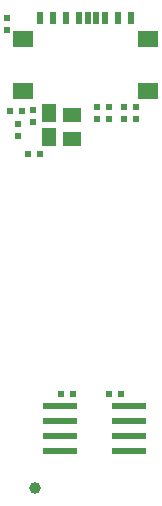
<source format=gbr>
%TF.GenerationSoftware,KiCad,Pcbnew,7.0.9-7.0.9~ubuntu22.04.1*%
%TF.CreationDate,2025-02-11T13:08:51+02:00*%
%TF.ProjectId,RP2350-PICO2-XXL_Rev_B,52503233-3530-42d5-9049-434f322d5858,B*%
%TF.SameCoordinates,PX81b3200PY6e263e0*%
%TF.FileFunction,Paste,Bot*%
%TF.FilePolarity,Positive*%
%FSLAX46Y46*%
G04 Gerber Fmt 4.6, Leading zero omitted, Abs format (unit mm)*
G04 Created by KiCad (PCBNEW 7.0.9-7.0.9~ubuntu22.04.1) date 2025-02-11 13:08:51*
%MOMM*%
%LPD*%
G01*
G04 APERTURE LIST*
%ADD10R,0.500000X0.550000*%
%ADD11R,0.550000X0.500000*%
%ADD12R,2.200000X0.600000*%
%ADD13C,1.000000*%
%ADD14R,1.270000X1.524000*%
%ADD15R,1.524000X1.270000*%
%ADD16R,1.760000X1.460000*%
%ADD17R,0.500000X1.000000*%
G04 APERTURE END LIST*
D10*
%TO.C,R27*%
X9923000Y29775000D03*
X8907000Y29775000D03*
%TD*%
D11*
%TO.C,R20*%
X14749000Y32742000D03*
X14749000Y33758000D03*
%TD*%
D12*
%TO.C,U4*%
X17735000Y8405000D03*
X17735000Y7135000D03*
X17735000Y5865000D03*
X17735000Y4595000D03*
X11265000Y4595000D03*
X11265000Y5865000D03*
X11265000Y7135000D03*
X11265000Y8405000D03*
%TD*%
%TO.C,U5*%
X17100000Y8405000D03*
X17100000Y7135000D03*
X17100000Y5865000D03*
X17100000Y4595000D03*
X11900000Y4595000D03*
X11900000Y5865000D03*
X11900000Y7135000D03*
X11900000Y8405000D03*
%TD*%
D13*
%TO.C,FID4*%
X9450000Y1500000D03*
%TD*%
D10*
%TO.C,C26*%
X11692000Y9500000D03*
X12708000Y9500000D03*
%TD*%
D11*
%TO.C,R25*%
X9288000Y32492000D03*
X9288000Y33508000D03*
%TD*%
D10*
%TO.C,R16*%
X15684000Y9500000D03*
X16700000Y9500000D03*
%TD*%
D11*
%TO.C,R23*%
X18000000Y32742000D03*
X18000000Y33758000D03*
%TD*%
D10*
%TO.C,R21*%
X8399000Y33458000D03*
X7383000Y33458000D03*
%TD*%
D11*
%TO.C,R22*%
X7100000Y40242000D03*
X7100000Y41258000D03*
%TD*%
%TO.C,R19*%
X17000000Y32742000D03*
X17000000Y33758000D03*
%TD*%
D14*
%TO.C,L3*%
X10685000Y33276000D03*
X10685000Y31244000D03*
%TD*%
D11*
%TO.C,R24*%
X15765000Y32742000D03*
X15765000Y33758000D03*
%TD*%
D15*
%TO.C,C27*%
X12590000Y33077000D03*
X12590000Y31045000D03*
%TD*%
D16*
%TO.C,MICRO_SD1*%
X8450000Y39550000D03*
X8450000Y35100000D03*
X19050000Y39550000D03*
X19050000Y35100000D03*
D17*
X17600000Y41300000D03*
X16500000Y41300000D03*
X15400000Y41300000D03*
X14650000Y41300000D03*
X13200000Y41300000D03*
X12100000Y41300000D03*
X11000000Y41300000D03*
X9900000Y41300000D03*
X13950000Y41300000D03*
%TD*%
D11*
%TO.C,R26*%
X8018000Y31299000D03*
X8018000Y32315000D03*
%TD*%
M02*

</source>
